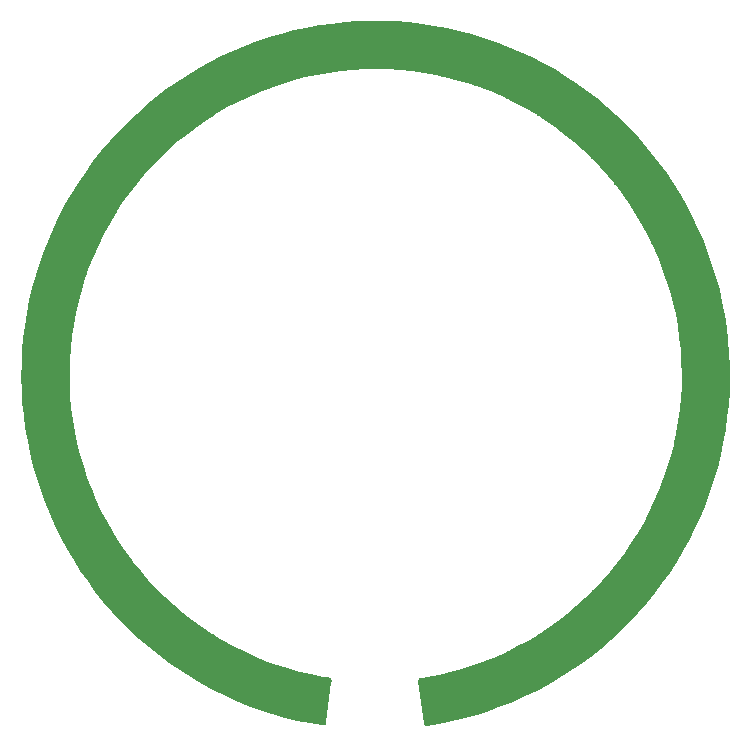
<source format=gbl>
%TF.GenerationSoftware,KiCad,Pcbnew,7.0.8*%
%TF.CreationDate,2024-02-03T20:16:28-05:00*%
%TF.ProjectId,Dew Ring,44657720-5269-46e6-972e-6b696361645f,rev?*%
%TF.SameCoordinates,Original*%
%TF.FileFunction,Copper,L2,Bot*%
%TF.FilePolarity,Positive*%
%FSLAX46Y46*%
G04 Gerber Fmt 4.6, Leading zero omitted, Abs format (unit mm)*
G04 Created by KiCad (PCBNEW 7.0.8) date 2024-02-03 20:16:28*
%MOMM*%
%LPD*%
G01*
G04 APERTURE LIST*
%TA.AperFunction,ViaPad*%
%ADD10C,0.600000*%
%TD*%
G04 APERTURE END LIST*
D10*
%TO.N,GND*%
X126120413Y-102307491D03*
X111980851Y-120093613D03*
X126607839Y-99411929D03*
X122775908Y-110416859D03*
X90420000Y-120890000D03*
X116878184Y-76023585D03*
X126598882Y-93548574D03*
X89259227Y-120128324D03*
X80137464Y-112876730D03*
X124192324Y-107844773D03*
X84227270Y-76073464D03*
X125311852Y-105130272D03*
X82040832Y-78033400D03*
X125285430Y-87834218D03*
X119070600Y-77976832D03*
X91898218Y-71818570D03*
X84289816Y-117016415D03*
X86619403Y-74370655D03*
X124157613Y-85123149D03*
X114548597Y-118669345D03*
X122733345Y-82555403D03*
X76975676Y-85195227D03*
X78392092Y-82623141D03*
X97612574Y-70505118D03*
X100544000Y-70336000D03*
X80087585Y-80225816D03*
X78434655Y-110484597D03*
X75065388Y-102385485D03*
X126102612Y-90654515D03*
X126768000Y-96480000D03*
X109194272Y-71792148D03*
X75856148Y-87909728D03*
X119127168Y-115006600D03*
X74569118Y-99491426D03*
X103475929Y-70496161D03*
X121080415Y-112814184D03*
X94718515Y-71001388D03*
X111908773Y-72911676D03*
X121030536Y-80163270D03*
X114480859Y-74328092D03*
X116940730Y-116966536D03*
X89210000Y-123780000D03*
X106371491Y-70983587D03*
X82097400Y-115063168D03*
X75047587Y-90732509D03*
X74560161Y-93628071D03*
X77010387Y-107916851D03*
X89187149Y-72946387D03*
X74400000Y-96560000D03*
X95990000Y-125720000D03*
X75882570Y-105205782D03*
X86687141Y-118711908D03*
%TD*%
%TA.AperFunction,Conductor*%
%TO.N,GND*%
G36*
X101212251Y-66533408D02*
G01*
X102299778Y-66576088D01*
X103385040Y-66658198D01*
X104466609Y-66779627D01*
X105543061Y-66940217D01*
X106612977Y-67139756D01*
X107674949Y-67377982D01*
X108727579Y-67654580D01*
X109769481Y-67969186D01*
X110799283Y-68321386D01*
X111815629Y-68710717D01*
X112817180Y-69136665D01*
X113802618Y-69598671D01*
X114770645Y-70096124D01*
X115719987Y-70628371D01*
X116649393Y-71194711D01*
X117557640Y-71794398D01*
X118443531Y-72426642D01*
X119305901Y-73090611D01*
X120143614Y-73785430D01*
X120955567Y-74510185D01*
X121740690Y-75263921D01*
X122497950Y-76045646D01*
X123226350Y-76854330D01*
X123924930Y-77688910D01*
X124592771Y-78548284D01*
X125228994Y-79431323D01*
X125832760Y-80336864D01*
X126403274Y-81263713D01*
X126939786Y-82210651D01*
X127441589Y-83176431D01*
X127908022Y-84159781D01*
X128338471Y-85159406D01*
X128732370Y-86173990D01*
X129089199Y-87202197D01*
X129408488Y-88242673D01*
X129689818Y-89294048D01*
X129932818Y-90354939D01*
X130137167Y-91423947D01*
X130302598Y-92499665D01*
X130428891Y-93580676D01*
X130515881Y-94665559D01*
X130563453Y-95752883D01*
X130571545Y-96841217D01*
X130540145Y-97929128D01*
X130469296Y-99015184D01*
X130359090Y-100097954D01*
X130209673Y-101176013D01*
X130021241Y-102247941D01*
X129794043Y-103312327D01*
X129528377Y-104367769D01*
X129224593Y-105412878D01*
X128883092Y-106446277D01*
X128504323Y-107466606D01*
X128088785Y-108472521D01*
X127637025Y-109462698D01*
X127149638Y-110435832D01*
X126627265Y-111390643D01*
X126070595Y-112325872D01*
X125480360Y-113240290D01*
X124857338Y-114132691D01*
X124202349Y-115001901D01*
X123516255Y-115846775D01*
X122799960Y-116666201D01*
X122054407Y-117459099D01*
X121280578Y-118224426D01*
X120479492Y-118961174D01*
X119652203Y-119668372D01*
X118799801Y-120345090D01*
X117923408Y-120990436D01*
X117024178Y-121603561D01*
X116103295Y-122183658D01*
X115161972Y-122729962D01*
X114201449Y-123241754D01*
X113222989Y-123718361D01*
X112227883Y-124159154D01*
X111217438Y-124563554D01*
X110192987Y-124931028D01*
X109155878Y-125261091D01*
X108107477Y-125553310D01*
X107049164Y-125807299D01*
X105982333Y-126022725D01*
X104924063Y-126196725D01*
X104901612Y-126198346D01*
X104856220Y-126197492D01*
X104818955Y-126191021D01*
X104782716Y-126178809D01*
X104749133Y-126161405D01*
X104718257Y-126138832D01*
X104691486Y-126112113D01*
X104668855Y-126081286D01*
X104651385Y-126047743D01*
X104637995Y-126008271D01*
X104632379Y-125983791D01*
X104189024Y-122427085D01*
X104188218Y-122405754D01*
X104190522Y-122358150D01*
X104198219Y-122320747D01*
X104212052Y-122283727D01*
X104230764Y-122250448D01*
X104255208Y-122219395D01*
X104283162Y-122193389D01*
X104315897Y-122171248D01*
X104350438Y-122154984D01*
X104397702Y-122141114D01*
X104416417Y-122137160D01*
X104472226Y-122129818D01*
X104472235Y-122129813D01*
X104478222Y-122128211D01*
X104485074Y-122126783D01*
X104916498Y-122062172D01*
X105911437Y-121873177D01*
X106898228Y-121645441D01*
X107875365Y-121379313D01*
X108841355Y-121075199D01*
X109794721Y-120733564D01*
X110734007Y-120354931D01*
X111657777Y-119939877D01*
X112564620Y-119489037D01*
X113453151Y-119003100D01*
X114322011Y-118482808D01*
X115169872Y-117928956D01*
X115995441Y-117342391D01*
X116797453Y-116724009D01*
X117574686Y-116074754D01*
X118325950Y-115395620D01*
X119050098Y-114687643D01*
X119746023Y-113951906D01*
X120412661Y-113189532D01*
X121048995Y-112401686D01*
X121654052Y-111589574D01*
X122226908Y-110754434D01*
X122766686Y-109897544D01*
X123272563Y-109020213D01*
X123743764Y-108123781D01*
X124179571Y-107209618D01*
X124579318Y-106279121D01*
X124942392Y-105333712D01*
X125268241Y-104374836D01*
X125556365Y-103403957D01*
X125806325Y-102422559D01*
X126017738Y-101432143D01*
X126190282Y-100434220D01*
X126323693Y-99430316D01*
X126417766Y-98421965D01*
X126472359Y-97410708D01*
X126487388Y-96398090D01*
X126462830Y-95385658D01*
X126398722Y-94374960D01*
X126295163Y-93367539D01*
X126152310Y-92364935D01*
X125970382Y-91368680D01*
X125749657Y-90380297D01*
X125490472Y-89401295D01*
X125193223Y-88433171D01*
X124858365Y-87477404D01*
X124486409Y-86535454D01*
X124077923Y-85608760D01*
X123633532Y-84698740D01*
X123153914Y-83806782D01*
X122639803Y-82934251D01*
X122091984Y-82082479D01*
X121511295Y-81252767D01*
X120898621Y-80446385D01*
X120254901Y-79664563D01*
X119581117Y-78908497D01*
X118878298Y-78179342D01*
X118147519Y-77478211D01*
X117389897Y-76806177D01*
X116606589Y-76164267D01*
X116279930Y-75917267D01*
X115798793Y-75553460D01*
X114967740Y-74974690D01*
X114114703Y-74428843D01*
X113240985Y-73916751D01*
X112347921Y-73439197D01*
X111436875Y-72996912D01*
X110509239Y-72590570D01*
X109566432Y-72220793D01*
X108609892Y-71888146D01*
X107641083Y-71593137D01*
X106661485Y-71336217D01*
X105672594Y-71117778D01*
X104675921Y-70938155D01*
X103672990Y-70797621D01*
X102665332Y-70696391D01*
X101654488Y-70634621D01*
X100642002Y-70612404D01*
X99629421Y-70629775D01*
X98618293Y-70686706D01*
X97610163Y-70783112D01*
X96606570Y-70918843D01*
X95609049Y-71093695D01*
X94619123Y-71307398D01*
X93638307Y-71559626D01*
X92668097Y-71849995D01*
X91709976Y-72178060D01*
X90765410Y-72543320D01*
X89835840Y-72945217D01*
X88922687Y-73383137D01*
X88027348Y-73856411D01*
X87151189Y-74364315D01*
X86295549Y-74906073D01*
X85461737Y-75480858D01*
X84651025Y-76087792D01*
X83864653Y-76725946D01*
X83103823Y-77394346D01*
X82369697Y-78091971D01*
X81663397Y-78817754D01*
X80986002Y-79570586D01*
X80338546Y-80349318D01*
X79722021Y-81152759D01*
X79137366Y-81979681D01*
X78585477Y-82828822D01*
X78067195Y-83698882D01*
X77583314Y-84588534D01*
X77134573Y-85496417D01*
X76721656Y-86421145D01*
X76345196Y-87361304D01*
X76005767Y-88315458D01*
X75703888Y-89282148D01*
X75440020Y-90259898D01*
X75214567Y-91247214D01*
X75027873Y-92242586D01*
X74880223Y-93244495D01*
X74771842Y-94251408D01*
X74702898Y-95261788D01*
X74673494Y-96274091D01*
X74683676Y-97286770D01*
X74733428Y-98298276D01*
X74822675Y-99307066D01*
X74951279Y-100311597D01*
X75119044Y-101310334D01*
X75325715Y-102301751D01*
X75570974Y-103284334D01*
X75854448Y-104256581D01*
X76175704Y-105217006D01*
X76534249Y-106164142D01*
X76929537Y-107096541D01*
X77360964Y-108012779D01*
X77827870Y-108911456D01*
X78329541Y-109791199D01*
X78865212Y-110650664D01*
X79018099Y-110875853D01*
X79434064Y-111488534D01*
X79941069Y-112175884D01*
X80035227Y-112303534D01*
X80667783Y-113094416D01*
X81330765Y-113859972D01*
X82023160Y-114599032D01*
X82743911Y-115310466D01*
X83491916Y-115993189D01*
X84266032Y-116646156D01*
X85065076Y-117268370D01*
X85887827Y-117858879D01*
X86733028Y-118416783D01*
X87599388Y-118941227D01*
X88485582Y-119431412D01*
X89390257Y-119886587D01*
X90312030Y-120306058D01*
X91249493Y-120689183D01*
X92201213Y-121035377D01*
X93165736Y-121344110D01*
X94141589Y-121614912D01*
X95127279Y-121847369D01*
X96121301Y-122041124D01*
X96552059Y-122107747D01*
X96558624Y-122109129D01*
X96567583Y-122111528D01*
X96567585Y-122111528D01*
X96567587Y-122111529D01*
X96622965Y-122118813D01*
X96642504Y-122123008D01*
X96690777Y-122137529D01*
X96726594Y-122154989D01*
X96759459Y-122178203D01*
X96787892Y-122206128D01*
X96811693Y-122238566D01*
X96829798Y-122274065D01*
X96842081Y-122312378D01*
X96847991Y-122351785D01*
X96847348Y-122403207D01*
X96846873Y-122410131D01*
X96845276Y-122422899D01*
X96844820Y-122425932D01*
X96835831Y-122477101D01*
X96835717Y-122479754D01*
X96835298Y-122502736D01*
X96412407Y-125886103D01*
X96411448Y-125891162D01*
X96404666Y-125947685D01*
X96400572Y-125967691D01*
X96385766Y-126018361D01*
X96368089Y-126055031D01*
X96343658Y-126089685D01*
X96315065Y-126118650D01*
X96280735Y-126143523D01*
X96244297Y-126161672D01*
X96203757Y-126174089D01*
X96163405Y-126179460D01*
X96108631Y-126177676D01*
X96101339Y-126177006D01*
X96090362Y-126175340D01*
X96087514Y-126174839D01*
X96035797Y-126164495D01*
X96035794Y-126164495D01*
X96035789Y-126164494D01*
X96027686Y-126163954D01*
X96027731Y-126163272D01*
X96013875Y-126162544D01*
X95004487Y-125990486D01*
X93938939Y-125768798D01*
X92882137Y-125508597D01*
X91835470Y-125210226D01*
X90800318Y-124874077D01*
X89778043Y-124500593D01*
X88769991Y-124090265D01*
X87777490Y-123643635D01*
X86801847Y-123161289D01*
X85844346Y-122643864D01*
X84906248Y-122092041D01*
X83988788Y-121506546D01*
X83093175Y-120888150D01*
X82220588Y-120237667D01*
X81372175Y-119555954D01*
X80549054Y-118843909D01*
X79752308Y-118102469D01*
X78982988Y-117332610D01*
X78242105Y-116535347D01*
X77530635Y-115711728D01*
X76849515Y-114862839D01*
X76199643Y-113989797D01*
X75581873Y-113093752D01*
X74997019Y-112175884D01*
X74445851Y-111237400D01*
X73929095Y-110279538D01*
X73447432Y-109303558D01*
X73001496Y-108310745D01*
X72591873Y-107302407D01*
X72219103Y-106279871D01*
X71883678Y-105244484D01*
X71586038Y-104197609D01*
X71326575Y-103140625D01*
X71105632Y-102074923D01*
X70923500Y-101001906D01*
X70780417Y-99922988D01*
X70676572Y-98839589D01*
X70612103Y-97753136D01*
X70587094Y-96665059D01*
X70601577Y-95576792D01*
X70655535Y-94489766D01*
X70748896Y-93405413D01*
X70881536Y-92325162D01*
X71053282Y-91250434D01*
X71263906Y-90182644D01*
X71513133Y-89123200D01*
X71800633Y-88073495D01*
X72126028Y-87034912D01*
X72488890Y-86008818D01*
X72888741Y-84996565D01*
X73325053Y-83999486D01*
X73797254Y-83018892D01*
X74304721Y-82056077D01*
X74846785Y-81112306D01*
X75422734Y-80188824D01*
X76031808Y-79286845D01*
X76673206Y-78407558D01*
X77346083Y-77552121D01*
X78049553Y-76721659D01*
X78782690Y-75917267D01*
X79544529Y-75140003D01*
X80334065Y-74390891D01*
X81150260Y-73670917D01*
X81992039Y-72981030D01*
X82858294Y-72322138D01*
X83747884Y-71695108D01*
X84659638Y-71100766D01*
X85592354Y-70539895D01*
X86544806Y-70013233D01*
X87515738Y-69521473D01*
X88503872Y-69065264D01*
X89507908Y-68645205D01*
X90526523Y-68261851D01*
X91558375Y-67915705D01*
X92602107Y-67607224D01*
X93656344Y-67336813D01*
X94719697Y-67104829D01*
X95790767Y-66911578D01*
X96868143Y-66757313D01*
X97950406Y-66642238D01*
X99036132Y-66566504D01*
X100123891Y-66530211D01*
X101212251Y-66533408D01*
G37*
%TD.AperFunction*%
%TD*%
M02*

</source>
